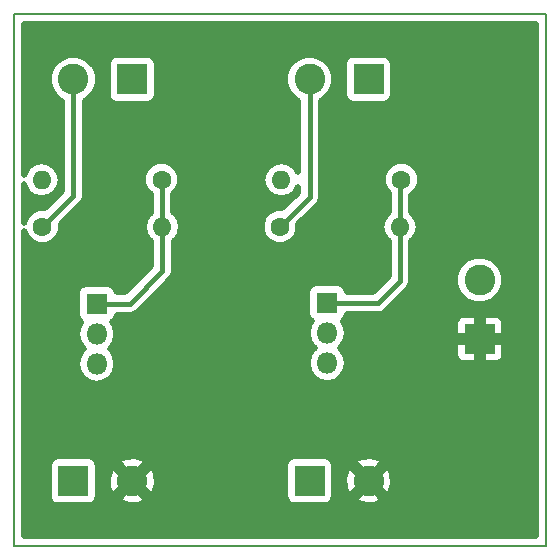
<source format=gbl>
G04 #@! TF.FileFunction,Copper,L2,Bot,Signal*
%FSLAX46Y46*%
G04 Gerber Fmt 4.6, Leading zero omitted, Abs format (unit mm)*
G04 Created by KiCad (PCBNEW 4.0.7) date 02/23/18 23:24:38*
%MOMM*%
%LPD*%
G01*
G04 APERTURE LIST*
%ADD10C,0.100000*%
%ADD11C,0.150000*%
%ADD12R,1.800000X1.800000*%
%ADD13O,1.800000X1.800000*%
%ADD14R,2.600000X2.600000*%
%ADD15C,2.600000*%
%ADD16C,1.600000*%
%ADD17O,1.600000X1.600000*%
%ADD18C,0.400000*%
%ADD19C,0.500000*%
G04 APERTURE END LIST*
D10*
D11*
X125000000Y-75000000D02*
X125000000Y-30000000D01*
X170000000Y-75000000D02*
X125000000Y-75000000D01*
X170000000Y-30000000D02*
X170000000Y-75000000D01*
X125000000Y-30000000D02*
X170000000Y-30000000D01*
D12*
X132000000Y-54500000D03*
D13*
X132000000Y-57040000D03*
X132000000Y-59580000D03*
D14*
X135000000Y-35500000D03*
D15*
X130000000Y-35500000D03*
D14*
X130000000Y-69500000D03*
D15*
X135000000Y-69500000D03*
D14*
X155000000Y-35500000D03*
D15*
X150000000Y-35500000D03*
D14*
X150000000Y-69500000D03*
D15*
X155000000Y-69500000D03*
D14*
X164400000Y-57500000D03*
D15*
X164400000Y-52500000D03*
D12*
X151500000Y-54460000D03*
D13*
X151500000Y-57000000D03*
X151500000Y-59540000D03*
D16*
X127375000Y-48000000D03*
D17*
X137535000Y-48000000D03*
D16*
X137500000Y-44000000D03*
D17*
X127340000Y-44000000D03*
D16*
X147500000Y-48000000D03*
D17*
X157660000Y-48000000D03*
D16*
X157760000Y-44000000D03*
D17*
X147600000Y-44000000D03*
D18*
X130000000Y-35500000D02*
X130000000Y-45375000D01*
X130000000Y-45375000D02*
X127375000Y-48000000D01*
X147500000Y-48000000D02*
X150000000Y-45500000D01*
X150000000Y-45500000D02*
X150000000Y-35500000D01*
X137535000Y-51725000D02*
X134760000Y-54500000D01*
X134760000Y-54500000D02*
X132000000Y-54500000D01*
X137500000Y-44000000D02*
X137500000Y-47965000D01*
X137500000Y-47965000D02*
X137535000Y-48000000D01*
X137535000Y-48000000D02*
X137535000Y-51725000D01*
X157660000Y-48000000D02*
X157660000Y-44100000D01*
X157660000Y-44100000D02*
X157760000Y-44000000D01*
X157660000Y-52560000D02*
X157660000Y-48000000D01*
X157660000Y-52560000D02*
X155760000Y-54460000D01*
X155760000Y-54460000D02*
X151500000Y-54460000D01*
D19*
G36*
X169167000Y-74167000D02*
X125833000Y-74167000D01*
X125833000Y-68200000D01*
X127927150Y-68200000D01*
X127927150Y-70800000D01*
X127980005Y-71080898D01*
X128146015Y-71338886D01*
X128399318Y-71511960D01*
X128700000Y-71572850D01*
X131300000Y-71572850D01*
X131580898Y-71519995D01*
X131838886Y-71353985D01*
X132011960Y-71100682D01*
X132029333Y-71014889D01*
X133838664Y-71014889D01*
X133977678Y-71332430D01*
X134756738Y-71584170D01*
X135572833Y-71518614D01*
X136022322Y-71332430D01*
X136161336Y-71014889D01*
X135000000Y-69853553D01*
X133838664Y-71014889D01*
X132029333Y-71014889D01*
X132072850Y-70800000D01*
X132072850Y-69256738D01*
X132915830Y-69256738D01*
X132981386Y-70072833D01*
X133167570Y-70522322D01*
X133485111Y-70661336D01*
X134646447Y-69500000D01*
X135353553Y-69500000D01*
X136514889Y-70661336D01*
X136832430Y-70522322D01*
X137084170Y-69743262D01*
X137018614Y-68927167D01*
X136832430Y-68477678D01*
X136514889Y-68338664D01*
X135353553Y-69500000D01*
X134646447Y-69500000D01*
X133485111Y-68338664D01*
X133167570Y-68477678D01*
X132915830Y-69256738D01*
X132072850Y-69256738D01*
X132072850Y-68200000D01*
X132032416Y-67985111D01*
X133838664Y-67985111D01*
X135000000Y-69146447D01*
X135946447Y-68200000D01*
X147927150Y-68200000D01*
X147927150Y-70800000D01*
X147980005Y-71080898D01*
X148146015Y-71338886D01*
X148399318Y-71511960D01*
X148700000Y-71572850D01*
X151300000Y-71572850D01*
X151580898Y-71519995D01*
X151838886Y-71353985D01*
X152011960Y-71100682D01*
X152029333Y-71014889D01*
X153838664Y-71014889D01*
X153977678Y-71332430D01*
X154756738Y-71584170D01*
X155572833Y-71518614D01*
X156022322Y-71332430D01*
X156161336Y-71014889D01*
X155000000Y-69853553D01*
X153838664Y-71014889D01*
X152029333Y-71014889D01*
X152072850Y-70800000D01*
X152072850Y-69256738D01*
X152915830Y-69256738D01*
X152981386Y-70072833D01*
X153167570Y-70522322D01*
X153485111Y-70661336D01*
X154646447Y-69500000D01*
X155353553Y-69500000D01*
X156514889Y-70661336D01*
X156832430Y-70522322D01*
X157084170Y-69743262D01*
X157018614Y-68927167D01*
X156832430Y-68477678D01*
X156514889Y-68338664D01*
X155353553Y-69500000D01*
X154646447Y-69500000D01*
X153485111Y-68338664D01*
X153167570Y-68477678D01*
X152915830Y-69256738D01*
X152072850Y-69256738D01*
X152072850Y-68200000D01*
X152032416Y-67985111D01*
X153838664Y-67985111D01*
X155000000Y-69146447D01*
X156161336Y-67985111D01*
X156022322Y-67667570D01*
X155243262Y-67415830D01*
X154427167Y-67481386D01*
X153977678Y-67667570D01*
X153838664Y-67985111D01*
X152032416Y-67985111D01*
X152019995Y-67919102D01*
X151853985Y-67661114D01*
X151600682Y-67488040D01*
X151300000Y-67427150D01*
X148700000Y-67427150D01*
X148419102Y-67480005D01*
X148161114Y-67646015D01*
X147988040Y-67899318D01*
X147927150Y-68200000D01*
X135946447Y-68200000D01*
X136161336Y-67985111D01*
X136022322Y-67667570D01*
X135243262Y-67415830D01*
X134427167Y-67481386D01*
X133977678Y-67667570D01*
X133838664Y-67985111D01*
X132032416Y-67985111D01*
X132019995Y-67919102D01*
X131853985Y-67661114D01*
X131600682Y-67488040D01*
X131300000Y-67427150D01*
X128700000Y-67427150D01*
X128419102Y-67480005D01*
X128161114Y-67646015D01*
X127988040Y-67899318D01*
X127927150Y-68200000D01*
X125833000Y-68200000D01*
X125833000Y-53600000D01*
X130327150Y-53600000D01*
X130327150Y-55400000D01*
X130380005Y-55680898D01*
X130546015Y-55938886D01*
X130691756Y-56038466D01*
X130468208Y-56373029D01*
X130342000Y-57007518D01*
X130342000Y-57072482D01*
X130468208Y-57706971D01*
X130827617Y-58244865D01*
X130925098Y-58310000D01*
X130827617Y-58375135D01*
X130468208Y-58913029D01*
X130342000Y-59547518D01*
X130342000Y-59612482D01*
X130468208Y-60246971D01*
X130827617Y-60784865D01*
X131365511Y-61144274D01*
X132000000Y-61270482D01*
X132634489Y-61144274D01*
X133172383Y-60784865D01*
X133531792Y-60246971D01*
X133658000Y-59612482D01*
X133658000Y-59547518D01*
X133531792Y-58913029D01*
X133172383Y-58375135D01*
X133074902Y-58310000D01*
X133172383Y-58244865D01*
X133531792Y-57706971D01*
X133658000Y-57072482D01*
X133658000Y-57007518D01*
X133531792Y-56373029D01*
X133308050Y-56038175D01*
X133438886Y-55953985D01*
X133611960Y-55700682D01*
X133661105Y-55458000D01*
X134760000Y-55458000D01*
X135126611Y-55385077D01*
X135437408Y-55177408D01*
X137054816Y-53560000D01*
X149827150Y-53560000D01*
X149827150Y-55360000D01*
X149880005Y-55640898D01*
X150046015Y-55898886D01*
X150191756Y-55998466D01*
X149968208Y-56333029D01*
X149842000Y-56967518D01*
X149842000Y-57032482D01*
X149968208Y-57666971D01*
X150327617Y-58204865D01*
X150425098Y-58270000D01*
X150327617Y-58335135D01*
X149968208Y-58873029D01*
X149842000Y-59507518D01*
X149842000Y-59572482D01*
X149968208Y-60206971D01*
X150327617Y-60744865D01*
X150865511Y-61104274D01*
X151500000Y-61230482D01*
X152134489Y-61104274D01*
X152672383Y-60744865D01*
X153031792Y-60206971D01*
X153158000Y-59572482D01*
X153158000Y-59507518D01*
X153031792Y-58873029D01*
X152672383Y-58335135D01*
X152574902Y-58270000D01*
X152672383Y-58204865D01*
X152849694Y-57939500D01*
X162342000Y-57939500D01*
X162342000Y-58950776D01*
X162457399Y-59229373D01*
X162670628Y-59442602D01*
X162949225Y-59558000D01*
X163960500Y-59558000D01*
X164150000Y-59368500D01*
X164150000Y-57750000D01*
X164650000Y-57750000D01*
X164650000Y-59368500D01*
X164839500Y-59558000D01*
X165850775Y-59558000D01*
X166129372Y-59442602D01*
X166342601Y-59229373D01*
X166458000Y-58950776D01*
X166458000Y-57939500D01*
X166268500Y-57750000D01*
X164650000Y-57750000D01*
X164150000Y-57750000D01*
X162531500Y-57750000D01*
X162342000Y-57939500D01*
X152849694Y-57939500D01*
X153031792Y-57666971D01*
X153158000Y-57032482D01*
X153158000Y-56967518D01*
X153031792Y-56333029D01*
X152842160Y-56049224D01*
X162342000Y-56049224D01*
X162342000Y-57060500D01*
X162531500Y-57250000D01*
X164150000Y-57250000D01*
X164150000Y-55631500D01*
X164650000Y-55631500D01*
X164650000Y-57250000D01*
X166268500Y-57250000D01*
X166458000Y-57060500D01*
X166458000Y-56049224D01*
X166342601Y-55770627D01*
X166129372Y-55557398D01*
X165850775Y-55442000D01*
X164839500Y-55442000D01*
X164650000Y-55631500D01*
X164150000Y-55631500D01*
X163960500Y-55442000D01*
X162949225Y-55442000D01*
X162670628Y-55557398D01*
X162457399Y-55770627D01*
X162342000Y-56049224D01*
X152842160Y-56049224D01*
X152808050Y-55998175D01*
X152938886Y-55913985D01*
X153111960Y-55660682D01*
X153161105Y-55418000D01*
X155760000Y-55418000D01*
X156126611Y-55345077D01*
X156437408Y-55137408D01*
X158337408Y-53237408D01*
X158545077Y-52926611D01*
X158548865Y-52907566D01*
X162341643Y-52907566D01*
X162654295Y-53664241D01*
X163232714Y-54243671D01*
X163988842Y-54557642D01*
X164807566Y-54558357D01*
X165564241Y-54245705D01*
X166143671Y-53667286D01*
X166457642Y-52911158D01*
X166458357Y-52092434D01*
X166145705Y-51335759D01*
X165567286Y-50756329D01*
X164811158Y-50442358D01*
X163992434Y-50441643D01*
X163235759Y-50754295D01*
X162656329Y-51332714D01*
X162342358Y-52088842D01*
X162341643Y-52907566D01*
X158548865Y-52907566D01*
X158618000Y-52560000D01*
X158618000Y-49218066D01*
X158792195Y-49101672D01*
X159129927Y-48596221D01*
X159248523Y-48000000D01*
X159129927Y-47403779D01*
X158792195Y-46898328D01*
X158618000Y-46781934D01*
X158618000Y-45331240D01*
X158641383Y-45321578D01*
X159080038Y-44883688D01*
X159317729Y-44311265D01*
X159318270Y-43691454D01*
X159081578Y-43118617D01*
X158643688Y-42679962D01*
X158071265Y-42442271D01*
X157451454Y-42441730D01*
X156878617Y-42678422D01*
X156439962Y-43116312D01*
X156202271Y-43688735D01*
X156201730Y-44308546D01*
X156438422Y-44881383D01*
X156702000Y-45145421D01*
X156702000Y-46781934D01*
X156527805Y-46898328D01*
X156190073Y-47403779D01*
X156071477Y-48000000D01*
X156190073Y-48596221D01*
X156527805Y-49101672D01*
X156702000Y-49218066D01*
X156702000Y-52163184D01*
X155363184Y-53502000D01*
X153161936Y-53502000D01*
X153119995Y-53279102D01*
X152953985Y-53021114D01*
X152700682Y-52848040D01*
X152400000Y-52787150D01*
X150600000Y-52787150D01*
X150319102Y-52840005D01*
X150061114Y-53006015D01*
X149888040Y-53259318D01*
X149827150Y-53560000D01*
X137054816Y-53560000D01*
X138212409Y-52402408D01*
X138420077Y-52091611D01*
X138493000Y-51725000D01*
X138493000Y-49218066D01*
X138667195Y-49101672D01*
X139004927Y-48596221D01*
X139062149Y-48308546D01*
X145941730Y-48308546D01*
X146178422Y-48881383D01*
X146616312Y-49320038D01*
X147188735Y-49557729D01*
X147808546Y-49558270D01*
X148381383Y-49321578D01*
X148820038Y-48883688D01*
X149057729Y-48311265D01*
X149058178Y-47796638D01*
X150677408Y-46177408D01*
X150885077Y-45866611D01*
X150958000Y-45500000D01*
X150958000Y-37330922D01*
X151164241Y-37245705D01*
X151743671Y-36667286D01*
X152057642Y-35911158D01*
X152058357Y-35092434D01*
X151745705Y-34335759D01*
X151610183Y-34200000D01*
X152927150Y-34200000D01*
X152927150Y-36800000D01*
X152980005Y-37080898D01*
X153146015Y-37338886D01*
X153399318Y-37511960D01*
X153700000Y-37572850D01*
X156300000Y-37572850D01*
X156580898Y-37519995D01*
X156838886Y-37353985D01*
X157011960Y-37100682D01*
X157072850Y-36800000D01*
X157072850Y-34200000D01*
X157019995Y-33919102D01*
X156853985Y-33661114D01*
X156600682Y-33488040D01*
X156300000Y-33427150D01*
X153700000Y-33427150D01*
X153419102Y-33480005D01*
X153161114Y-33646015D01*
X152988040Y-33899318D01*
X152927150Y-34200000D01*
X151610183Y-34200000D01*
X151167286Y-33756329D01*
X150411158Y-33442358D01*
X149592434Y-33441643D01*
X148835759Y-33754295D01*
X148256329Y-34332714D01*
X147942358Y-35088842D01*
X147941643Y-35907566D01*
X148254295Y-36664241D01*
X148832714Y-37243671D01*
X149042000Y-37330574D01*
X149042000Y-43361983D01*
X148732195Y-42898328D01*
X148226744Y-42560596D01*
X147630523Y-42442000D01*
X147569477Y-42442000D01*
X146973256Y-42560596D01*
X146467805Y-42898328D01*
X146130073Y-43403779D01*
X146011477Y-44000000D01*
X146130073Y-44596221D01*
X146467805Y-45101672D01*
X146973256Y-45439404D01*
X147569477Y-45558000D01*
X147630523Y-45558000D01*
X148226744Y-45439404D01*
X148732195Y-45101672D01*
X149042000Y-44638017D01*
X149042000Y-45103184D01*
X147703007Y-46442177D01*
X147191454Y-46441730D01*
X146618617Y-46678422D01*
X146179962Y-47116312D01*
X145942271Y-47688735D01*
X145941730Y-48308546D01*
X139062149Y-48308546D01*
X139123523Y-48000000D01*
X139004927Y-47403779D01*
X138667195Y-46898328D01*
X138458000Y-46758548D01*
X138458000Y-45245095D01*
X138820038Y-44883688D01*
X139057729Y-44311265D01*
X139058270Y-43691454D01*
X138821578Y-43118617D01*
X138383688Y-42679962D01*
X137811265Y-42442271D01*
X137191454Y-42441730D01*
X136618617Y-42678422D01*
X136179962Y-43116312D01*
X135942271Y-43688735D01*
X135941730Y-44308546D01*
X136178422Y-44881383D01*
X136542000Y-45245596D01*
X136542000Y-46805321D01*
X136402805Y-46898328D01*
X136065073Y-47403779D01*
X135946477Y-48000000D01*
X136065073Y-48596221D01*
X136402805Y-49101672D01*
X136577000Y-49218066D01*
X136577000Y-51328183D01*
X134363184Y-53542000D01*
X133661936Y-53542000D01*
X133619995Y-53319102D01*
X133453985Y-53061114D01*
X133200682Y-52888040D01*
X132900000Y-52827150D01*
X131100000Y-52827150D01*
X130819102Y-52880005D01*
X130561114Y-53046015D01*
X130388040Y-53299318D01*
X130327150Y-53600000D01*
X125833000Y-53600000D01*
X125833000Y-48347922D01*
X126053422Y-48881383D01*
X126491312Y-49320038D01*
X127063735Y-49557729D01*
X127683546Y-49558270D01*
X128256383Y-49321578D01*
X128695038Y-48883688D01*
X128932729Y-48311265D01*
X128933178Y-47796638D01*
X130677409Y-46052408D01*
X130885077Y-45741611D01*
X130958000Y-45375000D01*
X130958000Y-37330922D01*
X131164241Y-37245705D01*
X131743671Y-36667286D01*
X132057642Y-35911158D01*
X132058357Y-35092434D01*
X131745705Y-34335759D01*
X131610183Y-34200000D01*
X132927150Y-34200000D01*
X132927150Y-36800000D01*
X132980005Y-37080898D01*
X133146015Y-37338886D01*
X133399318Y-37511960D01*
X133700000Y-37572850D01*
X136300000Y-37572850D01*
X136580898Y-37519995D01*
X136838886Y-37353985D01*
X137011960Y-37100682D01*
X137072850Y-36800000D01*
X137072850Y-34200000D01*
X137019995Y-33919102D01*
X136853985Y-33661114D01*
X136600682Y-33488040D01*
X136300000Y-33427150D01*
X133700000Y-33427150D01*
X133419102Y-33480005D01*
X133161114Y-33646015D01*
X132988040Y-33899318D01*
X132927150Y-34200000D01*
X131610183Y-34200000D01*
X131167286Y-33756329D01*
X130411158Y-33442358D01*
X129592434Y-33441643D01*
X128835759Y-33754295D01*
X128256329Y-34332714D01*
X127942358Y-35088842D01*
X127941643Y-35907566D01*
X128254295Y-36664241D01*
X128832714Y-37243671D01*
X129042000Y-37330574D01*
X129042000Y-44978183D01*
X127578007Y-46442177D01*
X127066454Y-46441730D01*
X126493617Y-46678422D01*
X126054962Y-47116312D01*
X125833000Y-47650855D01*
X125833000Y-44409843D01*
X125870073Y-44596221D01*
X126207805Y-45101672D01*
X126713256Y-45439404D01*
X127309477Y-45558000D01*
X127370523Y-45558000D01*
X127966744Y-45439404D01*
X128472195Y-45101672D01*
X128809927Y-44596221D01*
X128928523Y-44000000D01*
X128809927Y-43403779D01*
X128472195Y-42898328D01*
X127966744Y-42560596D01*
X127370523Y-42442000D01*
X127309477Y-42442000D01*
X126713256Y-42560596D01*
X126207805Y-42898328D01*
X125870073Y-43403779D01*
X125833000Y-43590157D01*
X125833000Y-30833000D01*
X169167000Y-30833000D01*
X169167000Y-74167000D01*
X169167000Y-74167000D01*
G37*
X169167000Y-74167000D02*
X125833000Y-74167000D01*
X125833000Y-68200000D01*
X127927150Y-68200000D01*
X127927150Y-70800000D01*
X127980005Y-71080898D01*
X128146015Y-71338886D01*
X128399318Y-71511960D01*
X128700000Y-71572850D01*
X131300000Y-71572850D01*
X131580898Y-71519995D01*
X131838886Y-71353985D01*
X132011960Y-71100682D01*
X132029333Y-71014889D01*
X133838664Y-71014889D01*
X133977678Y-71332430D01*
X134756738Y-71584170D01*
X135572833Y-71518614D01*
X136022322Y-71332430D01*
X136161336Y-71014889D01*
X135000000Y-69853553D01*
X133838664Y-71014889D01*
X132029333Y-71014889D01*
X132072850Y-70800000D01*
X132072850Y-69256738D01*
X132915830Y-69256738D01*
X132981386Y-70072833D01*
X133167570Y-70522322D01*
X133485111Y-70661336D01*
X134646447Y-69500000D01*
X135353553Y-69500000D01*
X136514889Y-70661336D01*
X136832430Y-70522322D01*
X137084170Y-69743262D01*
X137018614Y-68927167D01*
X136832430Y-68477678D01*
X136514889Y-68338664D01*
X135353553Y-69500000D01*
X134646447Y-69500000D01*
X133485111Y-68338664D01*
X133167570Y-68477678D01*
X132915830Y-69256738D01*
X132072850Y-69256738D01*
X132072850Y-68200000D01*
X132032416Y-67985111D01*
X133838664Y-67985111D01*
X135000000Y-69146447D01*
X135946447Y-68200000D01*
X147927150Y-68200000D01*
X147927150Y-70800000D01*
X147980005Y-71080898D01*
X148146015Y-71338886D01*
X148399318Y-71511960D01*
X148700000Y-71572850D01*
X151300000Y-71572850D01*
X151580898Y-71519995D01*
X151838886Y-71353985D01*
X152011960Y-71100682D01*
X152029333Y-71014889D01*
X153838664Y-71014889D01*
X153977678Y-71332430D01*
X154756738Y-71584170D01*
X155572833Y-71518614D01*
X156022322Y-71332430D01*
X156161336Y-71014889D01*
X155000000Y-69853553D01*
X153838664Y-71014889D01*
X152029333Y-71014889D01*
X152072850Y-70800000D01*
X152072850Y-69256738D01*
X152915830Y-69256738D01*
X152981386Y-70072833D01*
X153167570Y-70522322D01*
X153485111Y-70661336D01*
X154646447Y-69500000D01*
X155353553Y-69500000D01*
X156514889Y-70661336D01*
X156832430Y-70522322D01*
X157084170Y-69743262D01*
X157018614Y-68927167D01*
X156832430Y-68477678D01*
X156514889Y-68338664D01*
X155353553Y-69500000D01*
X154646447Y-69500000D01*
X153485111Y-68338664D01*
X153167570Y-68477678D01*
X152915830Y-69256738D01*
X152072850Y-69256738D01*
X152072850Y-68200000D01*
X152032416Y-67985111D01*
X153838664Y-67985111D01*
X155000000Y-69146447D01*
X156161336Y-67985111D01*
X156022322Y-67667570D01*
X155243262Y-67415830D01*
X154427167Y-67481386D01*
X153977678Y-67667570D01*
X153838664Y-67985111D01*
X152032416Y-67985111D01*
X152019995Y-67919102D01*
X151853985Y-67661114D01*
X151600682Y-67488040D01*
X151300000Y-67427150D01*
X148700000Y-67427150D01*
X148419102Y-67480005D01*
X148161114Y-67646015D01*
X147988040Y-67899318D01*
X147927150Y-68200000D01*
X135946447Y-68200000D01*
X136161336Y-67985111D01*
X136022322Y-67667570D01*
X135243262Y-67415830D01*
X134427167Y-67481386D01*
X133977678Y-67667570D01*
X133838664Y-67985111D01*
X132032416Y-67985111D01*
X132019995Y-67919102D01*
X131853985Y-67661114D01*
X131600682Y-67488040D01*
X131300000Y-67427150D01*
X128700000Y-67427150D01*
X128419102Y-67480005D01*
X128161114Y-67646015D01*
X127988040Y-67899318D01*
X127927150Y-68200000D01*
X125833000Y-68200000D01*
X125833000Y-53600000D01*
X130327150Y-53600000D01*
X130327150Y-55400000D01*
X130380005Y-55680898D01*
X130546015Y-55938886D01*
X130691756Y-56038466D01*
X130468208Y-56373029D01*
X130342000Y-57007518D01*
X130342000Y-57072482D01*
X130468208Y-57706971D01*
X130827617Y-58244865D01*
X130925098Y-58310000D01*
X130827617Y-58375135D01*
X130468208Y-58913029D01*
X130342000Y-59547518D01*
X130342000Y-59612482D01*
X130468208Y-60246971D01*
X130827617Y-60784865D01*
X131365511Y-61144274D01*
X132000000Y-61270482D01*
X132634489Y-61144274D01*
X133172383Y-60784865D01*
X133531792Y-60246971D01*
X133658000Y-59612482D01*
X133658000Y-59547518D01*
X133531792Y-58913029D01*
X133172383Y-58375135D01*
X133074902Y-58310000D01*
X133172383Y-58244865D01*
X133531792Y-57706971D01*
X133658000Y-57072482D01*
X133658000Y-57007518D01*
X133531792Y-56373029D01*
X133308050Y-56038175D01*
X133438886Y-55953985D01*
X133611960Y-55700682D01*
X133661105Y-55458000D01*
X134760000Y-55458000D01*
X135126611Y-55385077D01*
X135437408Y-55177408D01*
X137054816Y-53560000D01*
X149827150Y-53560000D01*
X149827150Y-55360000D01*
X149880005Y-55640898D01*
X150046015Y-55898886D01*
X150191756Y-55998466D01*
X149968208Y-56333029D01*
X149842000Y-56967518D01*
X149842000Y-57032482D01*
X149968208Y-57666971D01*
X150327617Y-58204865D01*
X150425098Y-58270000D01*
X150327617Y-58335135D01*
X149968208Y-58873029D01*
X149842000Y-59507518D01*
X149842000Y-59572482D01*
X149968208Y-60206971D01*
X150327617Y-60744865D01*
X150865511Y-61104274D01*
X151500000Y-61230482D01*
X152134489Y-61104274D01*
X152672383Y-60744865D01*
X153031792Y-60206971D01*
X153158000Y-59572482D01*
X153158000Y-59507518D01*
X153031792Y-58873029D01*
X152672383Y-58335135D01*
X152574902Y-58270000D01*
X152672383Y-58204865D01*
X152849694Y-57939500D01*
X162342000Y-57939500D01*
X162342000Y-58950776D01*
X162457399Y-59229373D01*
X162670628Y-59442602D01*
X162949225Y-59558000D01*
X163960500Y-59558000D01*
X164150000Y-59368500D01*
X164150000Y-57750000D01*
X164650000Y-57750000D01*
X164650000Y-59368500D01*
X164839500Y-59558000D01*
X165850775Y-59558000D01*
X166129372Y-59442602D01*
X166342601Y-59229373D01*
X166458000Y-58950776D01*
X166458000Y-57939500D01*
X166268500Y-57750000D01*
X164650000Y-57750000D01*
X164150000Y-57750000D01*
X162531500Y-57750000D01*
X162342000Y-57939500D01*
X152849694Y-57939500D01*
X153031792Y-57666971D01*
X153158000Y-57032482D01*
X153158000Y-56967518D01*
X153031792Y-56333029D01*
X152842160Y-56049224D01*
X162342000Y-56049224D01*
X162342000Y-57060500D01*
X162531500Y-57250000D01*
X164150000Y-57250000D01*
X164150000Y-55631500D01*
X164650000Y-55631500D01*
X164650000Y-57250000D01*
X166268500Y-57250000D01*
X166458000Y-57060500D01*
X166458000Y-56049224D01*
X166342601Y-55770627D01*
X166129372Y-55557398D01*
X165850775Y-55442000D01*
X164839500Y-55442000D01*
X164650000Y-55631500D01*
X164150000Y-55631500D01*
X163960500Y-55442000D01*
X162949225Y-55442000D01*
X162670628Y-55557398D01*
X162457399Y-55770627D01*
X162342000Y-56049224D01*
X152842160Y-56049224D01*
X152808050Y-55998175D01*
X152938886Y-55913985D01*
X153111960Y-55660682D01*
X153161105Y-55418000D01*
X155760000Y-55418000D01*
X156126611Y-55345077D01*
X156437408Y-55137408D01*
X158337408Y-53237408D01*
X158545077Y-52926611D01*
X158548865Y-52907566D01*
X162341643Y-52907566D01*
X162654295Y-53664241D01*
X163232714Y-54243671D01*
X163988842Y-54557642D01*
X164807566Y-54558357D01*
X165564241Y-54245705D01*
X166143671Y-53667286D01*
X166457642Y-52911158D01*
X166458357Y-52092434D01*
X166145705Y-51335759D01*
X165567286Y-50756329D01*
X164811158Y-50442358D01*
X163992434Y-50441643D01*
X163235759Y-50754295D01*
X162656329Y-51332714D01*
X162342358Y-52088842D01*
X162341643Y-52907566D01*
X158548865Y-52907566D01*
X158618000Y-52560000D01*
X158618000Y-49218066D01*
X158792195Y-49101672D01*
X159129927Y-48596221D01*
X159248523Y-48000000D01*
X159129927Y-47403779D01*
X158792195Y-46898328D01*
X158618000Y-46781934D01*
X158618000Y-45331240D01*
X158641383Y-45321578D01*
X159080038Y-44883688D01*
X159317729Y-44311265D01*
X159318270Y-43691454D01*
X159081578Y-43118617D01*
X158643688Y-42679962D01*
X158071265Y-42442271D01*
X157451454Y-42441730D01*
X156878617Y-42678422D01*
X156439962Y-43116312D01*
X156202271Y-43688735D01*
X156201730Y-44308546D01*
X156438422Y-44881383D01*
X156702000Y-45145421D01*
X156702000Y-46781934D01*
X156527805Y-46898328D01*
X156190073Y-47403779D01*
X156071477Y-48000000D01*
X156190073Y-48596221D01*
X156527805Y-49101672D01*
X156702000Y-49218066D01*
X156702000Y-52163184D01*
X155363184Y-53502000D01*
X153161936Y-53502000D01*
X153119995Y-53279102D01*
X152953985Y-53021114D01*
X152700682Y-52848040D01*
X152400000Y-52787150D01*
X150600000Y-52787150D01*
X150319102Y-52840005D01*
X150061114Y-53006015D01*
X149888040Y-53259318D01*
X149827150Y-53560000D01*
X137054816Y-53560000D01*
X138212409Y-52402408D01*
X138420077Y-52091611D01*
X138493000Y-51725000D01*
X138493000Y-49218066D01*
X138667195Y-49101672D01*
X139004927Y-48596221D01*
X139062149Y-48308546D01*
X145941730Y-48308546D01*
X146178422Y-48881383D01*
X146616312Y-49320038D01*
X147188735Y-49557729D01*
X147808546Y-49558270D01*
X148381383Y-49321578D01*
X148820038Y-48883688D01*
X149057729Y-48311265D01*
X149058178Y-47796638D01*
X150677408Y-46177408D01*
X150885077Y-45866611D01*
X150958000Y-45500000D01*
X150958000Y-37330922D01*
X151164241Y-37245705D01*
X151743671Y-36667286D01*
X152057642Y-35911158D01*
X152058357Y-35092434D01*
X151745705Y-34335759D01*
X151610183Y-34200000D01*
X152927150Y-34200000D01*
X152927150Y-36800000D01*
X152980005Y-37080898D01*
X153146015Y-37338886D01*
X153399318Y-37511960D01*
X153700000Y-37572850D01*
X156300000Y-37572850D01*
X156580898Y-37519995D01*
X156838886Y-37353985D01*
X157011960Y-37100682D01*
X157072850Y-36800000D01*
X157072850Y-34200000D01*
X157019995Y-33919102D01*
X156853985Y-33661114D01*
X156600682Y-33488040D01*
X156300000Y-33427150D01*
X153700000Y-33427150D01*
X153419102Y-33480005D01*
X153161114Y-33646015D01*
X152988040Y-33899318D01*
X152927150Y-34200000D01*
X151610183Y-34200000D01*
X151167286Y-33756329D01*
X150411158Y-33442358D01*
X149592434Y-33441643D01*
X148835759Y-33754295D01*
X148256329Y-34332714D01*
X147942358Y-35088842D01*
X147941643Y-35907566D01*
X148254295Y-36664241D01*
X148832714Y-37243671D01*
X149042000Y-37330574D01*
X149042000Y-43361983D01*
X148732195Y-42898328D01*
X148226744Y-42560596D01*
X147630523Y-42442000D01*
X147569477Y-42442000D01*
X146973256Y-42560596D01*
X146467805Y-42898328D01*
X146130073Y-43403779D01*
X146011477Y-44000000D01*
X146130073Y-44596221D01*
X146467805Y-45101672D01*
X146973256Y-45439404D01*
X147569477Y-45558000D01*
X147630523Y-45558000D01*
X148226744Y-45439404D01*
X148732195Y-45101672D01*
X149042000Y-44638017D01*
X149042000Y-45103184D01*
X147703007Y-46442177D01*
X147191454Y-46441730D01*
X146618617Y-46678422D01*
X146179962Y-47116312D01*
X145942271Y-47688735D01*
X145941730Y-48308546D01*
X139062149Y-48308546D01*
X139123523Y-48000000D01*
X139004927Y-47403779D01*
X138667195Y-46898328D01*
X138458000Y-46758548D01*
X138458000Y-45245095D01*
X138820038Y-44883688D01*
X139057729Y-44311265D01*
X139058270Y-43691454D01*
X138821578Y-43118617D01*
X138383688Y-42679962D01*
X137811265Y-42442271D01*
X137191454Y-42441730D01*
X136618617Y-42678422D01*
X136179962Y-43116312D01*
X135942271Y-43688735D01*
X135941730Y-44308546D01*
X136178422Y-44881383D01*
X136542000Y-45245596D01*
X136542000Y-46805321D01*
X136402805Y-46898328D01*
X136065073Y-47403779D01*
X135946477Y-48000000D01*
X136065073Y-48596221D01*
X136402805Y-49101672D01*
X136577000Y-49218066D01*
X136577000Y-51328183D01*
X134363184Y-53542000D01*
X133661936Y-53542000D01*
X133619995Y-53319102D01*
X133453985Y-53061114D01*
X133200682Y-52888040D01*
X132900000Y-52827150D01*
X131100000Y-52827150D01*
X130819102Y-52880005D01*
X130561114Y-53046015D01*
X130388040Y-53299318D01*
X130327150Y-53600000D01*
X125833000Y-53600000D01*
X125833000Y-48347922D01*
X126053422Y-48881383D01*
X126491312Y-49320038D01*
X127063735Y-49557729D01*
X127683546Y-49558270D01*
X128256383Y-49321578D01*
X128695038Y-48883688D01*
X128932729Y-48311265D01*
X128933178Y-47796638D01*
X130677409Y-46052408D01*
X130885077Y-45741611D01*
X130958000Y-45375000D01*
X130958000Y-37330922D01*
X131164241Y-37245705D01*
X131743671Y-36667286D01*
X132057642Y-35911158D01*
X132058357Y-35092434D01*
X131745705Y-34335759D01*
X131610183Y-34200000D01*
X132927150Y-34200000D01*
X132927150Y-36800000D01*
X132980005Y-37080898D01*
X133146015Y-37338886D01*
X133399318Y-37511960D01*
X133700000Y-37572850D01*
X136300000Y-37572850D01*
X136580898Y-37519995D01*
X136838886Y-37353985D01*
X137011960Y-37100682D01*
X137072850Y-36800000D01*
X137072850Y-34200000D01*
X137019995Y-33919102D01*
X136853985Y-33661114D01*
X136600682Y-33488040D01*
X136300000Y-33427150D01*
X133700000Y-33427150D01*
X133419102Y-33480005D01*
X133161114Y-33646015D01*
X132988040Y-33899318D01*
X132927150Y-34200000D01*
X131610183Y-34200000D01*
X131167286Y-33756329D01*
X130411158Y-33442358D01*
X129592434Y-33441643D01*
X128835759Y-33754295D01*
X128256329Y-34332714D01*
X127942358Y-35088842D01*
X127941643Y-35907566D01*
X128254295Y-36664241D01*
X128832714Y-37243671D01*
X129042000Y-37330574D01*
X129042000Y-44978183D01*
X127578007Y-46442177D01*
X127066454Y-46441730D01*
X126493617Y-46678422D01*
X126054962Y-47116312D01*
X125833000Y-47650855D01*
X125833000Y-44409843D01*
X125870073Y-44596221D01*
X126207805Y-45101672D01*
X126713256Y-45439404D01*
X127309477Y-45558000D01*
X127370523Y-45558000D01*
X127966744Y-45439404D01*
X128472195Y-45101672D01*
X128809927Y-44596221D01*
X128928523Y-44000000D01*
X128809927Y-43403779D01*
X128472195Y-42898328D01*
X127966744Y-42560596D01*
X127370523Y-42442000D01*
X127309477Y-42442000D01*
X126713256Y-42560596D01*
X126207805Y-42898328D01*
X125870073Y-43403779D01*
X125833000Y-43590157D01*
X125833000Y-30833000D01*
X169167000Y-30833000D01*
X169167000Y-74167000D01*
M02*

</source>
